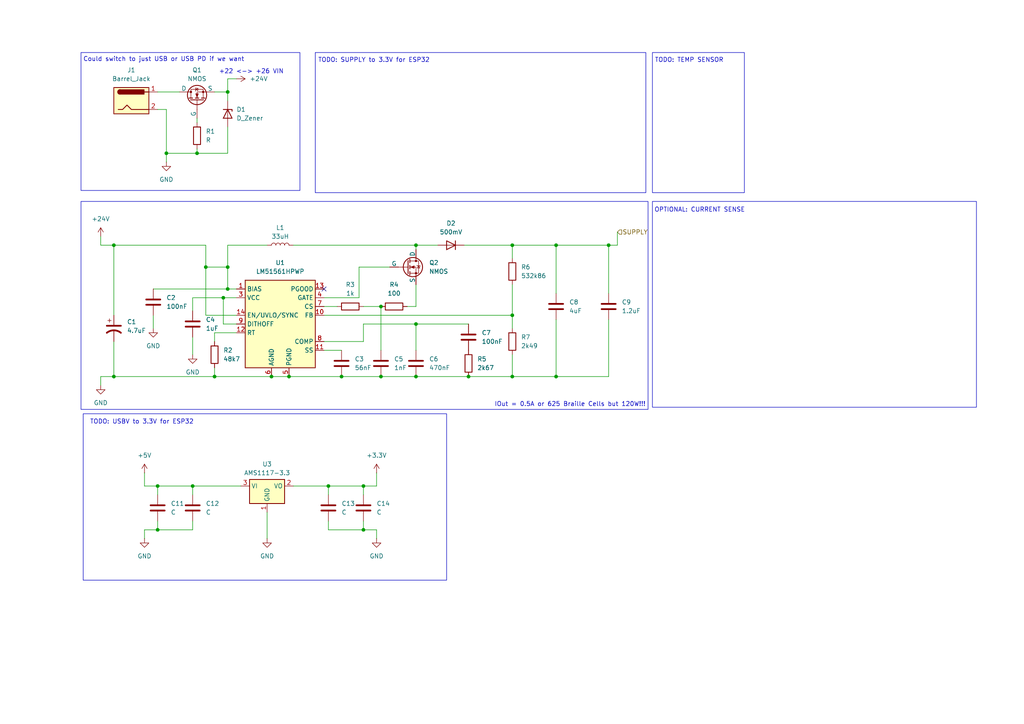
<source format=kicad_sch>
(kicad_sch (version 20250114) (generator "eeschema") (generator_version "9.0")
  (paper "A4")
  (title_block (title "Power System HV DC/DC"))
  (lib_symbols
    (symbol "Connector:Barrel_Jack" (pin_names (offset 1.016))
      (property "Reference" "J" (at 0 5.334 0))
      (property "Value" "Barrel_Jack" (at 0 -5.08 0))
      (symbol "Barrel_Jack_0_1"
        (rectangle (start -5.08 3.81) (end 5.08 -3.81) (stroke (width 0.254)) (fill (type background)))
        (polyline (pts (xy -3.81 -2.54) (xy -2.54 -2.54) (xy -1.27 -1.27) (xy 0 -2.54) (xy 2.54 -2.54) (xy 5.08 -2.54)) (stroke (width 0.254)))
        (arc (start -3.302 1.905) (mid -3.9343 2.54) (end -3.302 3.175) (stroke (width 0.254)))
        (arc (start -3.302 1.905) (mid -3.9343 2.54) (end -3.302 3.175) (stroke (width 0.254)) (fill (type outline)))
        (rectangle (start 3.683 3.175) (end -3.302 1.905) (stroke (width 0.254)) (fill (type outline)))
        (polyline (pts (xy 5.08 2.54) (xy 3.81 2.54)) (stroke (width 0.254)))
      )
      (symbol "Barrel_Jack_1_1"
        (pin passive line (at 7.62 2.54 180) (length 2.54) (name "~") (number "1"))
        (pin passive line (at 7.62 -2.54 180) (length 2.54) (name "~") (number "2"))
      )
    )
    (symbol "Device:C" (pin_numbers (hide yes)) (pin_names (offset 0.254))
      (property "Reference" "C" (at 0.635 2.54 0))
      (property "Value" "C" (at 0.635 -2.54 0))
      (symbol "C_0_1"
        (polyline (pts (xy -2.032 0.762) (xy 2.032 0.762)) (stroke (width 0.508)))
        (polyline (pts (xy -2.032 -0.762) (xy 2.032 -0.762)) (stroke (width 0.508)))
      )
      (symbol "C_1_1"
        (pin passive line (at 0 3.81 270) (length 2.794) (name "~") (number "1"))
        (pin passive line (at 0 -3.81 90) (length 2.794) (name "~") (number "2"))
      )
    )
    (symbol "Device:C_Polarized_US" (pin_numbers (hide yes)) (pin_names (offset 0.254) (hide yes))
      (property "Reference" "C" (at 0.635 2.54 0))
      (property "Value" "C_Polarized_US" (at 0.635 -2.54 0))
      (symbol "C_Polarized_US_0_1"
        (polyline (pts (xy -2.032 0.762) (xy 2.032 0.762)) (stroke (width 0.508)))
        (polyline (pts (xy -1.778 2.286) (xy -0.762 2.286)))
        (polyline (pts (xy -1.27 1.778) (xy -1.27 2.794)))
        (arc (start -2.032 -1.27) (mid 0 -0.5572) (end 2.032 -1.27) (stroke (width 0.508)))
      )
      (symbol "C_Polarized_US_1_1"
        (pin passive line (at 0 3.81 270) (length 2.794) (name "~") (number "1"))
        (pin passive line (at 0 -3.81 90) (length 3.302) (name "~") (number "2"))
      )
    )
    (symbol "Device:D" (pin_numbers (hide yes)) (pin_names (offset 1.016) (hide yes))
      (property "Reference" "D" (at 0 2.54 0))
      (property "Value" "D" (at 0 -2.54 0))
      (symbol "D_0_1"
        (polyline (pts (xy -1.27 1.27) (xy -1.27 -1.27)) (stroke (width 0.254)))
        (polyline (pts (xy 1.27 1.27) (xy 1.27 -1.27) (xy -1.27 0) (xy 1.27 1.27)) (stroke (width 0.254)))
        (polyline (pts (xy 1.27 0) (xy -1.27 0)))
      )
      (symbol "D_1_1"
        (pin passive line (at -3.81 0 0) (length 2.54) (name "K") (number "1"))
        (pin passive line (at 3.81 0 180) (length 2.54) (name "A") (number "2"))
      )
    )
    (symbol "Device:D_Zener" (pin_numbers (hide yes)) (pin_names (offset 1.016) (hide yes))
      (property "Reference" "D" (at 0 2.54 0))
      (property "Value" "D_Zener" (at 0 -2.54 0))
      (symbol "D_Zener_0_1"
        (polyline (pts (xy -1.27 -1.27) (xy -1.27 1.27) (xy -0.762 1.27)) (stroke (width 0.254)))
        (polyline (pts (xy 1.27 0) (xy -1.27 0)))
        (polyline (pts (xy 1.27 -1.27) (xy 1.27 1.27) (xy -1.27 0) (xy 1.27 -1.27)) (stroke (width 0.254)))
      )
      (symbol "D_Zener_1_1"
        (pin passive line (at -3.81 0 0) (length 2.54) (name "K") (number "1"))
        (pin passive line (at 3.81 0 180) (length 2.54) (name "A") (number "2"))
      )
    )
    (symbol "Device:L" (pin_numbers (hide yes)) (pin_names (offset 1.016) (hide yes))
      (property "Reference" "L" (at -1.27 0 90))
      (property "Value" "L" (at 1.905 0 90))
      (symbol "L_0_1"
        (arc (start 0 2.54) (mid 0.6323 1.905) (end 0 1.27))
        (arc (start 0 1.27) (mid 0.6323 0.635) (end 0 0))
        (arc (start 0 0) (mid 0.6323 -0.635) (end 0 -1.27))
        (arc (start 0 -1.27) (mid 0.6323 -1.905) (end 0 -2.54))
      )
      (symbol "L_1_1"
        (pin passive line (at 0 3.81 270) (length 1.27) (name "1") (number "1"))
        (pin passive line (at 0 -3.81 90) (length 1.27) (name "2") (number "2"))
      )
    )
    (symbol "Device:R" (pin_numbers (hide yes)) (pin_names (offset 0))
      (property "Reference" "R" (at 2.032 0 90))
      (property "Value" "R" (at 0 0 90))
      (symbol "R_0_1"
        (rectangle (start -1.016 -2.54) (end 1.016 2.54) (stroke (width 0.254)))
      )
      (symbol "R_1_1"
        (pin passive line (at 0 3.81 270) (length 1.27) (name "~") (number "1"))
        (pin passive line (at 0 -3.81 90) (length 1.27) (name "~") (number "2"))
      )
    )
    (symbol "Regulator_Linear:AMS1117-3.3"
      (property "Reference" "U" (at -3.81 3.175 0))
      (property "Value" "AMS1117-3.3" (at 0 3.175 0))
      (symbol "AMS1117-3.3_0_1"
        (rectangle (start -5.08 -5.08) (end 5.08 1.905) (stroke (width 0.254)) (fill (type background)))
      )
      (symbol "AMS1117-3.3_1_1"
        (pin power_in line (at -7.62 0 0) (length 2.54) (name "VI") (number "3"))
        (pin power_in line (at 0 -7.62 90) (length 2.54) (name "GND") (number "1"))
        (pin power_out line (at 7.62 0 180) (length 2.54) (name "VO") (number "2"))
      )
    )
    (symbol "Regulator_Switching:LM51561HPWP"
      (property "Reference" "U" (at -10.16 13.716 0))
      (property "Value" "LM51561HPWP" (at -3.302 13.716 0))
      (symbol "LM51561HPWP_0_1"
        (rectangle (start -10.16 12.7) (end 10.16 -12.7) (stroke (width 0.254)) (fill (type background)))
      )
      (symbol "LM51561HPWP_1_1"
        (pin power_in line (at -12.7 10.16 0) (length 2.54) (name "BIAS") (number "1"))
        (pin power_out line (at -12.7 7.62 0) (length 2.54) (name "VCC") (number "3"))
        (pin input line (at -12.7 2.54 0) (length 2.54) (name "EN/UVLO/SYNC") (number "14"))
        (pin input line (at -12.7 0 0) (length 2.54) (name "DITHOFF") (number "9"))
        (pin input line (at -12.7 -2.54 0) (length 2.54) (name "RT") (number "12"))
        (pin no_connect line (at -10.16 -10.16 0) (length 2.54) (hide yes) (name "NC") (number "2"))
        (pin passive line (at -2.54 -15.24 90) (length 2.54) (hide yes) (name "AGND") (number "15"))
        (pin power_in line (at -2.54 -15.24 90) (length 2.54) (name "AGND") (number "6"))
        (pin power_in line (at 2.54 -15.24 90) (length 2.54) (name "PGND") (number "5"))
        (pin open_collector line (at 12.7 10.16 180) (length 2.54) (name "PGOOD") (number "13"))
        (pin output line (at 12.7 7.62 180) (length 2.54) (name "GATE") (number "4"))
        (pin input line (at 12.7 5.08 180) (length 2.54) (name "CS") (number "7"))
        (pin input line (at 12.7 2.54 180) (length 2.54) (name "FB") (number "10"))
        (pin output line (at 12.7 -5.08 180) (length 2.54) (name "COMP") (number "8"))
        (pin input line (at 12.7 -7.62 180) (length 2.54) (name "SS") (number "11"))
      )
    )
    (symbol "Simulation_SPICE:NMOS" (pin_numbers (hide yes)) (pin_names (offset 0))
      (property "Reference" "Q" (at 5.08 1.27 0))
      (property "Value" "NMOS" (at 5.08 -1.27 0))
      (symbol "NMOS_0_1"
        (polyline (pts (xy 0.254 1.905) (xy 0.254 -1.905)) (stroke (width 0.254)))
        (polyline (pts (xy 0.254 0) (xy -2.54 0)))
        (polyline (pts (xy 0.762 2.286) (xy 0.762 1.27)) (stroke (width 0.254)))
        (polyline (pts (xy 0.762 0.508) (xy 0.762 -0.508)) (stroke (width 0.254)))
        (polyline (pts (xy 0.762 -1.27) (xy 0.762 -2.286)) (stroke (width 0.254)))
        (polyline (pts (xy 0.762 -1.778) (xy 3.302 -1.778) (xy 3.302 1.778) (xy 0.762 1.778)))
        (polyline (pts (xy 1.016 0) (xy 2.032 0.381) (xy 2.032 -0.381) (xy 1.016 0)) (fill (type outline)))
        (circle (center 1.651 0) (radius 2.794) (stroke (width 0.254)))
        (polyline (pts (xy 2.54 2.54) (xy 2.54 1.778)))
        (circle (center 2.54 1.778) (radius 0.254) (fill (type outline)))
        (circle (center 2.54 -1.778) (radius 0.254) (fill (type outline)))
        (polyline (pts (xy 2.54 -2.54) (xy 2.54 0) (xy 0.762 0)))
        (polyline (pts (xy 2.794 0.508) (xy 2.921 0.381) (xy 3.683 0.381) (xy 3.81 0.254)))
        (polyline (pts (xy 3.302 0.381) (xy 2.921 -0.254) (xy 3.683 -0.254) (xy 3.302 0.381)))
      )
      (symbol "NMOS_1_1"
        (pin input line (at -5.08 0 0) (length 2.54) (name "G") (number "2"))
        (pin passive line (at 2.54 5.08 270) (length 2.54) (name "D") (number "1"))
        (pin passive line (at 2.54 -5.08 90) (length 2.54) (name "S") (number "3"))
      )
    )
    (symbol "power:+24V" (power) (pin_numbers (hide yes)) (pin_names (offset 0) (hide yes))
      (property "Value" "+24V" (at 0 3.556 0))
      (symbol "+24V_0_1"
        (polyline (pts (xy -0.762 1.27) (xy 0 2.54)))
        (polyline (pts (xy 0 2.54) (xy 0.762 1.27)))
        (polyline (pts (xy 0 0) (xy 0 2.54)))
      )
      (symbol "+24V_1_1"
        (pin power_in line (at 0 0 90) (length 0) (name "~") (number "1"))
      )
    )
    (symbol "power:+3.3V" (power) (pin_numbers (hide yes)) (pin_names (offset 0) (hide yes))
      (property "Value" "+3.3V" (at 0 3.556 0))
      (symbol "+3.3V_0_1"
        (polyline (pts (xy -0.762 1.27) (xy 0 2.54)))
        (polyline (pts (xy 0 2.54) (xy 0.762 1.27)))
        (polyline (pts (xy 0 0) (xy 0 2.54)))
      )
      (symbol "+3.3V_1_1"
        (pin power_in line (at 0 0 90) (length 0) (name "~") (number "1"))
      )
    )
    (symbol "power:+5V" (power) (pin_numbers (hide yes)) (pin_names (offset 0) (hide yes))
      (property "Value" "+5V" (at 0 3.556 0))
      (symbol "+5V_0_1"
        (polyline (pts (xy -0.762 1.27) (xy 0 2.54)))
        (polyline (pts (xy 0 2.54) (xy 0.762 1.27)))
        (polyline (pts (xy 0 0) (xy 0 2.54)))
      )
      (symbol "+5V_1_1"
        (pin power_in line (at 0 0 90) (length 0) (name "~") (number "1"))
      )
    )
    (symbol "power:GND" (power) (pin_numbers (hide yes)) (pin_names (offset 0) (hide yes))
      (property "Value" "GND" (at 0 -3.81 0))
      (symbol "GND_0_1"
        (polyline (pts (xy 0 0) (xy 0 -1.27) (xy 1.27 -1.27) (xy 0 -2.54) (xy -1.27 -1.27) (xy 0 -1.27)))
      )
      (symbol "GND_1_1"
        (pin power_in line (at 0 0 270) (length 0) (name "~") (number "1"))
      )
    )
  )
  (rectangle (start 23.495 58.42) (end 187.96 118.745))
  (rectangle (start 23.495 15.24) (end 86.995 55.245))
  (rectangle (start 91.44 15.24) (end 187.325 55.88))
  (rectangle (start 24.13 120.015) (end 129.54 168.275))
  (rectangle (start 189.23 15.24) (end 215.9 55.88))
  (rectangle (start 189.23 58.42) (end 283.21 118.11))
  (text "TODO: TEMP SENSOR" (at 199.898 17.526 0) (effects (font (size 1.27 1.27))))
  (text "TODO: SUPPLY to 3.3V for ESP32" (at 108.458 17.526 0) (effects (font (size 1.27 1.27))))
  (text "Could switch to just USB or USB PD if we want" (at 47.498 17.272 0) (effects (font (size 1.27 1.27))))
  (text "IOut = 0.5A or 625 Braille Cells but 120W!!!" (at 165.354 117.348 0) (effects (font (size 1.27 1.27))))
  (text "OPTIONAL: CURRENT SENSE" (at 202.946 60.96 0) (effects (font (size 1.27 1.27))))
  (text "+22 <-> +26 VIN\n" (at 72.898 20.828 0) (effects (font (size 1.27 1.27))))
  (text "TODO: USBV to 3.3V for ESP32" (at 41.148 122.428 0) (effects (font (size 1.27 1.27))))
  (junction (at 120.65 109.22))
  (junction (at 48.26 44.45))
  (junction (at 176.53 71.12))
  (junction (at 55.88 140.97))
  (junction (at 161.29 71.12))
  (junction (at 64.77 86.36))
  (junction (at 105.41 153.67))
  (junction (at 120.65 93.98))
  (junction (at 99.06 109.22))
  (junction (at 148.59 71.12))
  (junction (at 78.74 109.22))
  (junction (at 45.72 153.67))
  (junction (at 110.49 88.9))
  (junction (at 33.02 109.22))
  (junction (at 59.69 77.47))
  (junction (at 83.82 109.22))
  (junction (at 120.65 71.12))
  (junction (at 62.23 109.22))
  (junction (at 66.04 77.47))
  (junction (at 33.02 71.12))
  (junction (at 161.29 109.22))
  (junction (at 135.89 109.22))
  (junction (at 105.41 140.97))
  (junction (at 148.59 109.22))
  (junction (at 57.15 44.45))
  (junction (at 110.49 109.22))
  (junction (at 66.04 83.82))
  (junction (at 95.25 140.97))
  (junction (at 66.04 26.67))
  (junction (at 148.59 91.44))
  (junction (at 45.72 140.97))
  (no_connect (at 93.98 83.82))
  (wire (pts (xy 59.69 71.12) (xy 33.02 71.12)))
  (wire (pts (xy 59.69 71.12) (xy 59.69 77.47)))
  (wire (pts (xy 62.23 109.22) (xy 78.74 109.22)))
  (wire (pts (xy 55.88 143.51) (xy 55.88 140.97)))
  (wire (pts (xy 29.21 71.12) (xy 29.21 68.58)))
  (wire (pts (xy 41.91 140.97) (xy 41.91 137.16)))
  (wire (pts (xy 66.04 83.82) (xy 66.04 77.47)))
  (wire (pts (xy 110.49 109.22) (xy 120.65 109.22)))
  (wire (pts (xy 148.59 102.87) (xy 148.59 109.22)))
  (wire (pts (xy 66.04 77.47) (xy 66.04 71.12)))
  (wire (pts (xy 93.98 86.36) (xy 104.14 86.36)))
  (wire (pts (xy 120.65 71.12) (xy 127 71.12)))
  (wire (pts (xy 33.02 71.12) (xy 29.21 71.12)))
  (wire (pts (xy 148.59 91.44) (xy 148.59 95.25)))
  (wire (pts (xy 62.23 99.06) (xy 62.23 96.52)))
  (wire (pts (xy 95.25 153.67) (xy 95.25 151.13)))
  (wire (pts (xy 105.41 88.9) (xy 110.49 88.9)))
  (wire (pts (xy 83.82 109.22) (xy 99.06 109.22)))
  (wire (pts (xy 33.02 71.12) (xy 33.02 91.44)))
  (wire (pts (xy 179.07 67.31) (xy 179.07 71.12)))
  (wire (pts (xy 109.22 137.16) (xy 109.22 140.97)))
  (wire (pts (xy 68.58 91.44) (xy 59.69 91.44)))
  (wire (pts (xy 62.23 106.68) (xy 62.23 109.22)))
  (wire (pts (xy 105.41 153.67) (xy 109.22 153.67)))
  (wire (pts (xy 62.23 96.52) (xy 68.58 96.52)))
  (wire (pts (xy 66.04 83.82) (xy 68.58 83.82)))
  (wire (pts (xy 48.26 46.99) (xy 48.26 44.45)))
  (wire (pts (xy 161.29 85.09) (xy 161.29 71.12)))
  (wire (pts (xy 176.53 92.71) (xy 176.53 109.22)))
  (wire (pts (xy 41.91 156.21) (xy 41.91 153.67)))
  (wire (pts (xy 95.25 140.97) (xy 105.41 140.97)))
  (wire (pts (xy 93.98 101.6) (xy 99.06 101.6)))
  (wire (pts (xy 44.45 95.25) (xy 44.45 91.44)))
  (wire (pts (xy 148.59 109.22) (xy 135.89 109.22)))
  (wire (pts (xy 55.88 151.13) (xy 55.88 153.67)))
  (wire (pts (xy 57.15 43.18) (xy 57.15 44.45)))
  (wire (pts (xy 33.02 109.22) (xy 62.23 109.22)))
  (wire (pts (xy 161.29 92.71) (xy 161.29 109.22)))
  (wire (pts (xy 64.77 93.98) (xy 64.77 86.36)))
  (wire (pts (xy 57.15 34.29) (xy 57.15 35.56)))
  (wire (pts (xy 161.29 109.22) (xy 148.59 109.22)))
  (wire (pts (xy 120.65 93.98) (xy 105.41 93.98)))
  (wire (pts (xy 66.04 71.12) (xy 77.47 71.12)))
  (wire (pts (xy 109.22 153.67) (xy 109.22 156.21)))
  (wire (pts (xy 176.53 71.12) (xy 161.29 71.12)))
  (wire (pts (xy 120.65 88.9) (xy 120.65 82.55)))
  (wire (pts (xy 148.59 71.12) (xy 161.29 71.12)))
  (wire (pts (xy 105.41 99.06) (xy 93.98 99.06)))
  (wire (pts (xy 176.53 109.22) (xy 161.29 109.22)))
  (wire (pts (xy 48.26 44.45) (xy 48.26 31.75)))
  (wire (pts (xy 48.26 44.45) (xy 57.15 44.45)))
  (wire (pts (xy 134.62 71.12) (xy 148.59 71.12)))
  (wire (pts (xy 105.41 151.13) (xy 105.41 153.67)))
  (wire (pts (xy 85.09 71.12) (xy 120.65 71.12)))
  (wire (pts (xy 110.49 88.9) (xy 110.49 101.6)))
  (wire (pts (xy 64.77 86.36) (xy 68.58 86.36)))
  (wire (pts (xy 78.74 109.22) (xy 83.82 109.22)))
  (wire (pts (xy 120.65 109.22) (xy 135.89 109.22)))
  (wire (pts (xy 41.91 153.67) (xy 45.72 153.67)))
  (wire (pts (xy 45.72 143.51) (xy 45.72 140.97)))
  (wire (pts (xy 55.88 97.79) (xy 55.88 102.87)))
  (wire (pts (xy 66.04 22.86) (xy 68.58 22.86)))
  (wire (pts (xy 93.98 88.9) (xy 97.79 88.9)))
  (wire (pts (xy 105.41 153.67) (xy 95.25 153.67)))
  (wire (pts (xy 44.45 83.82) (xy 66.04 83.82)))
  (wire (pts (xy 66.04 26.67) (xy 66.04 29.21)))
  (wire (pts (xy 77.47 148.59) (xy 77.47 156.21)))
  (wire (pts (xy 62.23 26.67) (xy 66.04 26.67)))
  (wire (pts (xy 68.58 93.98) (xy 64.77 93.98)))
  (wire (pts (xy 59.69 91.44) (xy 59.69 77.47)))
  (wire (pts (xy 45.72 140.97) (xy 41.91 140.97)))
  (wire (pts (xy 66.04 44.45) (xy 57.15 44.45)))
  (wire (pts (xy 95.25 140.97) (xy 95.25 143.51)))
  (wire (pts (xy 48.26 31.75) (xy 45.72 31.75)))
  (wire (pts (xy 55.88 90.17) (xy 55.88 86.36)))
  (wire (pts (xy 29.21 109.22) (xy 29.21 111.76)))
  (wire (pts (xy 45.72 153.67) (xy 45.72 151.13)))
  (wire (pts (xy 66.04 36.83) (xy 66.04 44.45)))
  (wire (pts (xy 105.41 140.97) (xy 105.41 143.51)))
  (wire (pts (xy 109.22 140.97) (xy 105.41 140.97)))
  (wire (pts (xy 45.72 140.97) (xy 55.88 140.97)))
  (wire (pts (xy 118.11 88.9) (xy 120.65 88.9)))
  (wire (pts (xy 148.59 82.55) (xy 148.59 91.44)))
  (wire (pts (xy 120.65 72.39) (xy 120.65 71.12)))
  (wire (pts (xy 135.89 93.98) (xy 120.65 93.98)))
  (wire (pts (xy 104.14 77.47) (xy 113.03 77.47)))
  (wire (pts (xy 99.06 109.22) (xy 110.49 109.22)))
  (wire (pts (xy 179.07 71.12) (xy 176.53 71.12)))
  (wire (pts (xy 45.72 26.67) (xy 52.07 26.67)))
  (wire (pts (xy 148.59 71.12) (xy 148.59 74.93)))
  (wire (pts (xy 93.98 91.44) (xy 148.59 91.44)))
  (wire (pts (xy 120.65 93.98) (xy 120.65 101.6)))
  (wire (pts (xy 33.02 109.22) (xy 29.21 109.22)))
  (wire (pts (xy 33.02 99.06) (xy 33.02 109.22)))
  (wire (pts (xy 104.14 86.36) (xy 104.14 77.47)))
  (wire (pts (xy 55.88 86.36) (xy 64.77 86.36)))
  (wire (pts (xy 55.88 140.97) (xy 69.85 140.97)))
  (wire (pts (xy 66.04 22.86) (xy 66.04 26.67)))
  (wire (pts (xy 105.41 93.98) (xy 105.41 99.06)))
  (wire (pts (xy 85.09 140.97) (xy 95.25 140.97)))
  (wire (pts (xy 66.04 77.47) (xy 59.69 77.47)))
  (wire (pts (xy 176.53 85.09) (xy 176.53 71.12)))
  (wire (pts (xy 55.88 153.67) (xy 45.72 153.67)))
  (hierarchical_label "SUPPLY" (shape input) (at 179.07 67.31 0))
  (symbol (lib_id "Device:R") (at 135.89 105.41 180) (unit 1)
    (property "Reference" "R5" (at 138.43 104.1399 0) (effects (justify right)))
    (property "Value" "2k67" (at 138.43 106.6799 0) (effects (justify right)))
    (property "Description" "Resistor" (effects (hide yes)))
  )
  (symbol (lib_id "Device:L") (at 81.28 71.12 90) (unit 1)
    (property "Reference" "L1" (at 81.28 66.04 90))
    (property "Value" "33uH" (at 81.28 68.58 90))
    (property "Datasheet" "https://www.we-online.com/components/products/datasheet/74439370330.pdf" (effects (hide yes)))
    (property "Description" "Inductor" (effects (hide yes)))
  )
  (symbol (lib_id "power:GND") (at 55.88 102.87 0) (unit 1)
    (property "Reference" "#PWR06" (effects (hide yes)))
    (property "Value" "GND" (at 55.88 107.95 0))
    (property "Description" "Power symbol creates a global label with name \"GND\" , ground" (effects (hide yes)))
  )
  (symbol (lib_id "Device:C") (at 99.06 105.41 0) (unit 1)
    (property "Reference" "C3" (at 102.87 104.1399 0) (effects (justify left)))
    (property "Value" "56nF" (at 102.87 106.6799 0) (effects (justify left)))
    (property "Description" "Unpolarized capacitor" (effects (hide yes)))
  )
  (symbol (lib_id "Device:C") (at 176.53 88.9 0) (unit 1)
    (property "Reference" "C9" (at 180.34 87.6299 0) (effects (justify left)))
    (property "Value" "1.2uF" (at 180.34 90.1699 0) (effects (justify left)))
    (property "Description" "Unpolarized capacitor" (effects (hide yes)))
  )
  (symbol (lib_id "Simulation_SPICE:NMOS") (at 118.11 77.47 0) (unit 1)
    (property "Reference" "Q2" (at 124.46 76.1999 0) (effects (justify left)))
    (property "Value" "NMOS" (at 124.46 78.7399 0) (effects (justify left)))
    (property "Datasheet" "https://ngspice.sourceforge.io/docs/ngspice-html-manual/manual.xhtml#cha_MOSFETs" (effects (hide yes)))
    (property "Description" "N-MOSFET transistor, drain/source/gate" (effects (hide yes)))
    (property "Sim.Device" "NMOS" (effects (hide yes)))
    (property "Sim.Type" "VDMOS" (effects (hide yes)))
    (property "Sim.Pins" "1=D 2=G 3=S" (effects (hide yes)))
  )
  (symbol (lib_id "power:+5V") (at 41.91 137.16 0) (unit 1)
    (property "Reference" "#PWR011" (effects (hide yes)))
    (property "Value" "+5V" (at 41.91 132.08 0))
    (property "Description" "Power symbol creates a global label with name \"+5V\"" (effects (hide yes)))
  )
  (symbol (lib_id "Device:R") (at 57.15 39.37 0) (unit 1)
    (property "Reference" "R1" (at 59.69 38.0999 0) (effects (justify left)))
    (property "Value" "R" (at 59.69 40.6399 0) (effects (justify left)))
    (property "Description" "Resistor" (effects (hide yes)))
  )
  (symbol (lib_id "Regulator_Switching:LM51561HPWP") (at 81.28 93.98 0) (unit 1)
    (property "Reference" "U1" (at 81.28 76.2 0))
    (property "Value" "LM51561HPWP" (at 81.28 78.74 0))
    (property "Footprint" "Package_SO:Texas_HTSSOP-14-1EP_4.4x5mm_P0.65mm_EP3.4x5mm_Mask3.155x3.255mm_ThermalVias" (effects (hide yes)))
    (property "Datasheet" "https://www.ti.com/lit/ds/symlink/lm5156h.pdf" (effects (hide yes)))
    (property "Description" "65V Wide Vin non-synchronous Boost/SEPIC/Flyback controller (hiccup enabled), HTSSOP-14" (effects (hide yes)))
  )
  (symbol (lib_id "Device:C") (at 95.25 147.32 0) (unit 1)
    (property "Reference" "C13" (at 99.06 146.0499 0) (effects (justify left)))
    (property "Value" "C" (at 99.06 148.5899 0) (effects (justify left)))
    (property "Description" "Unpolarized capacitor" (effects (hide yes)))
  )
  (symbol (lib_id "Device:C") (at 105.41 147.32 0) (unit 1)
    (property "Reference" "C14" (at 109.22 146.0499 0) (effects (justify left)))
    (property "Value" "C" (at 109.22 148.5899 0) (effects (justify left)))
    (property "Description" "Unpolarized capacitor" (effects (hide yes)))
  )
  (symbol (lib_id "power:+24V") (at 29.21 68.58 0) (unit 1)
    (property "Reference" "#PWR05" (effects (hide yes)))
    (property "Value" "+24V" (at 29.21 63.5 0))
    (property "Description" "Power symbol creates a global label with name \"+24V\"" (effects (hide yes)))
  )
  (symbol (lib_id "Device:R") (at 62.23 102.87 0) (unit 1)
    (property "Reference" "R2" (at 64.77 101.5999 0) (effects (justify left)))
    (property "Value" "48k7" (at 64.77 104.1399 0) (effects (justify left)))
    (property "Description" "Resistor" (effects (hide yes)))
  )
  (symbol (lib_id "Device:C") (at 55.88 93.98 0) (unit 1)
    (property "Reference" "C4" (at 59.69 92.7099 0) (effects (justify left)))
    (property "Value" "1uF" (at 59.69 95.2499 0) (effects (justify left)))
    (property "Description" "Unpolarized capacitor" (effects (hide yes)))
  )
  (symbol (lib_id "power:GND") (at 41.91 156.21 0) (unit 1)
    (property "Reference" "#PWR012" (effects (hide yes)))
    (property "Value" "GND" (at 41.91 161.29 0))
    (property "Description" "Power symbol creates a global label with name \"GND\" , ground" (effects (hide yes)))
  )
  (symbol (lib_id "Device:D_Zener") (at 66.04 33.02 270) (unit 1)
    (property "Reference" "D1" (at 68.58 31.7499 90) (effects (justify left)))
    (property "Value" "D_Zener" (at 68.58 34.2899 90) (effects (justify left)))
    (property "Description" "Zener diode" (effects (hide yes)))
  )
  (symbol (lib_id "power:GND") (at 44.45 95.25 0) (unit 1)
    (property "Reference" "#PWR03" (effects (hide yes)))
    (property "Value" "GND" (at 44.45 100.33 0))
    (property "Description" "Power symbol creates a global label with name \"GND\" , ground" (effects (hide yes)))
  )
  (symbol (lib_id "Device:C_Polarized_US") (at 33.02 95.25 0) (unit 1)
    (property "Reference" "C1" (at 36.83 93.3449 0) (effects (justify left)))
    (property "Value" "4.7uF" (at 36.83 95.8849 0) (effects (justify left)))
    (property "Description" "Polarized capacitor, US symbol" (effects (hide yes)))
  )
  (symbol (lib_id "power:GND") (at 109.22 156.21 0) (unit 1)
    (property "Reference" "#PWR014" (effects (hide yes)))
    (property "Value" "GND" (at 109.22 161.29 0))
    (property "Description" "Power symbol creates a global label with name \"GND\" , ground" (effects (hide yes)))
  )
  (symbol (lib_id "power:+24V") (at 68.58 22.86 270) (unit 1)
    (property "Reference" "#PWR01" (effects (hide yes)))
    (property "Value" "+24V" (at 72.39 22.8599 90) (effects (justify left)))
    (property "Description" "Power symbol creates a global label with name \"+24V\"" (effects (hide yes)))
  )
  (symbol (lib_id "Device:C") (at 135.89 97.79 0) (unit 1)
    (property "Reference" "C7" (at 139.7 96.5199 0) (effects (justify left)))
    (property "Value" "100nF" (at 139.7 99.0599 0) (effects (justify left)))
    (property "Description" "Unpolarized capacitor" (effects (hide yes)))
  )
  (symbol (lib_id "Device:R") (at 101.6 88.9 90) (unit 1)
    (property "Reference" "R3" (at 101.6 82.55 90))
    (property "Value" "1k" (at 101.6 85.09 90))
    (property "Description" "Resistor" (effects (hide yes)))
  )
  (symbol (lib_id "Device:C") (at 110.49 105.41 0) (unit 1)
    (property "Reference" "C5" (at 114.3 104.1399 0) (effects (justify left)))
    (property "Value" "1nF" (at 114.3 106.6799 0) (effects (justify left)))
    (property "Description" "Unpolarized capacitor" (effects (hide yes)))
  )
  (symbol (lib_id "Simulation_SPICE:NMOS") (at 57.15 29.21 90) (unit 1)
    (property "Reference" "Q1" (at 57.15 20.32 90))
    (property "Value" "NMOS" (at 57.15 22.86 90))
    (property "Datasheet" "https://ngspice.sourceforge.io/docs/ngspice-html-manual/manual.xhtml#cha_MOSFETs" (effects (hide yes)))
    (property "Description" "N-MOSFET transistor, drain/source/gate" (effects (hide yes)))
    (property "Sim.Device" "NMOS" (effects (hide yes)))
    (property "Sim.Type" "VDMOS" (effects (hide yes)))
    (property "Sim.Pins" "1=D 2=G 3=S" (effects (hide yes)))
  )
  (symbol (lib_id "power:GND") (at 48.26 46.99 0) (unit 1)
    (property "Reference" "#PWR02" (effects (hide yes)))
    (property "Value" "GND" (at 48.26 52.07 0))
    (property "Description" "Power symbol creates a global label with name \"GND\" , ground" (effects (hide yes)))
  )
  (symbol (lib_id "Device:C") (at 45.72 147.32 0) (unit 1)
    (property "Reference" "C11" (at 49.53 146.0499 0) (effects (justify left)))
    (property "Value" "C" (at 49.53 148.5899 0) (effects (justify left)))
    (property "Description" "Unpolarized capacitor" (effects (hide yes)))
  )
  (symbol (lib_id "Connector:Barrel_Jack") (at 38.1 29.21 0) (unit 1)
    (property "Reference" "J1" (at 38.1 20.32 0))
    (property "Value" "Barrel_Jack" (at 38.1 22.86 0))
    (property "Description" "DC Barrel Jack" (effects (hide yes)))
  )
  (symbol (lib_id "Device:R") (at 148.59 99.06 180) (unit 1)
    (property "Reference" "R7" (at 151.13 97.7899 0) (effects (justify right)))
    (property "Value" "2k49" (at 151.13 100.3299 0) (effects (justify right)))
    (property "Description" "Resistor" (effects (hide yes)))
  )
  (symbol (lib_id "Device:C") (at 161.29 88.9 0) (unit 1)
    (property "Reference" "C8" (at 165.1 87.6299 0) (effects (justify left)))
    (property "Value" "4uF" (at 165.1 90.1699 0) (effects (justify left)))
    (property "Description" "Unpolarized capacitor" (effects (hide yes)))
  )
  (symbol (lib_id "Regulator_Linear:AMS1117-3.3") (at 77.47 140.97 0) (unit 1)
    (property "Reference" "U3" (at 77.47 134.62 0))
    (property "Value" "AMS1117-3.3" (at 77.47 137.16 0))
    (property "Footprint" "Package_TO_SOT_SMD:SOT-223-3_TabPin2" (effects (hide yes)))
    (property "Datasheet" "http://www.advanced-monolithic.com/pdf/ds1117.pdf" (effects (hide yes)))
    (property "Description" "1A Low Dropout regulator, positive, 3.3V fixed output, SOT-223" (effects (hide yes)))
  )
  (symbol (lib_id "Device:C") (at 55.88 147.32 0) (unit 1)
    (property "Reference" "C12" (at 59.69 146.0499 0) (effects (justify left)))
    (property "Value" "C" (at 59.69 148.5899 0) (effects (justify left)))
    (property "Description" "Unpolarized capacitor" (effects (hide yes)))
  )
  (symbol (lib_id "Device:C") (at 120.65 105.41 0) (unit 1)
    (property "Reference" "C6" (at 124.46 104.1399 0) (effects (justify left)))
    (property "Value" "470nF" (at 124.46 106.6799 0) (effects (justify left)))
    (property "Description" "Unpolarized capacitor" (effects (hide yes)))
  )
  (symbol (lib_id "Device:R") (at 148.59 78.74 180) (unit 1)
    (property "Reference" "R6" (at 151.13 77.4699 0) (effects (justify right)))
    (property "Value" "532k86" (at 151.13 80.0099 0) (effects (justify right)))
    (property "Description" "Resistor" (effects (hide yes)))
  )
  (symbol (lib_id "power:GND") (at 77.47 156.21 0) (unit 1)
    (property "Reference" "#PWR013" (effects (hide yes)))
    (property "Value" "GND" (at 77.47 161.29 0))
    (property "Description" "Power symbol creates a global label with name \"GND\" , ground" (effects (hide yes)))
  )
  (symbol (lib_id "Device:R") (at 114.3 88.9 90) (unit 1)
    (property "Reference" "R4" (at 114.3 82.55 90))
    (property "Value" "100" (at 114.3 85.09 90))
    (property "Description" "Resistor" (effects (hide yes)))
  )
  (symbol (lib_id "power:GND") (at 29.21 111.76 0) (unit 1)
    (property "Reference" "#PWR04" (effects (hide yes)))
    (property "Value" "GND" (at 29.21 116.84 0))
    (property "Description" "Power symbol creates a global label with name \"GND\" , ground" (effects (hide yes)))
  )
  (symbol (lib_id "power:+3.3V") (at 109.22 137.16 0) (unit 1)
    (property "Reference" "#PWR015" (effects (hide yes)))
    (property "Value" "+3.3V" (at 109.22 132.08 0))
    (property "Description" "Power symbol creates a global label with name \"+3.3V\"" (effects (hide yes)))
  )
  (symbol (lib_id "Device:C") (at 44.45 87.63 0) (unit 1)
    (property "Reference" "C2" (at 48.26 86.3599 0) (effects (justify left)))
    (property "Value" "100nF" (at 48.26 88.8999 0) (effects (justify left)))
    (property "Description" "Unpolarized capacitor" (effects (hide yes)))
  )
  (symbol (lib_id "Device:D") (at 130.81 71.12 180) (unit 1)
    (property "Reference" "D2" (at 130.81 64.77 0))
    (property "Value" "500mV" (at 130.81 67.31 0))
    (property "Description" "Diode" (effects (hide yes)))
    (property "Sim.Device" "D" (effects (hide yes)))
    (property "Sim.Pins" "1=K 2=A" (effects (hide yes)))
  )
)
</source>
